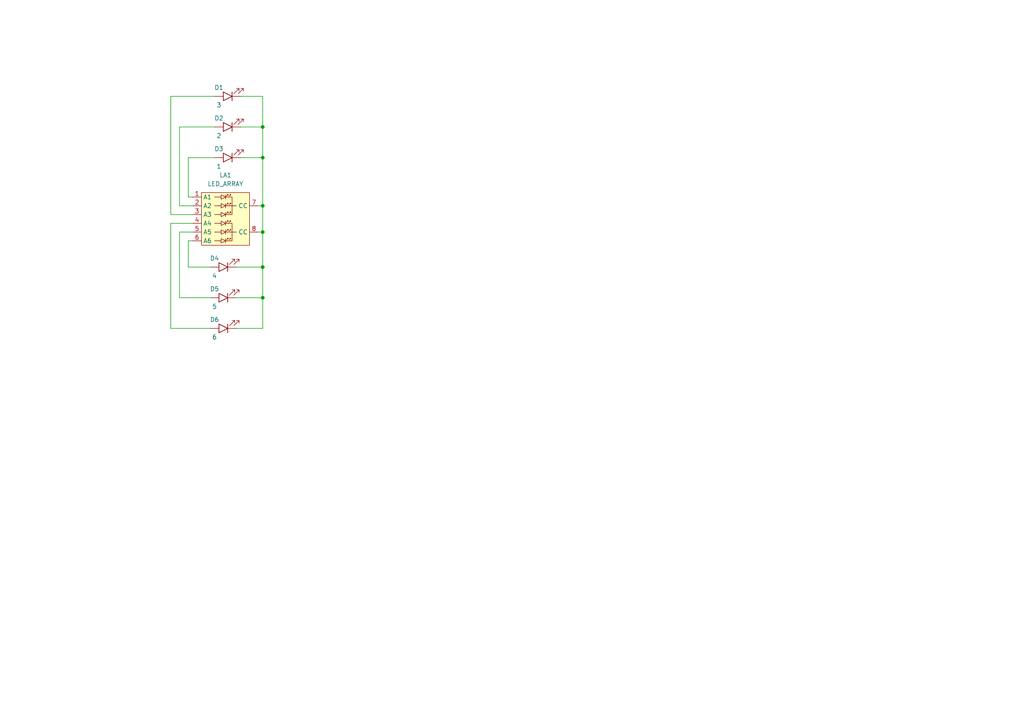
<source format=kicad_sch>
(kicad_sch (version 20211123) (generator eeschema)

  (uuid 127679a9-3981-4934-815e-896a4e3ff56e)

  (paper "A4")

  (lib_symbols
    (symbol "myAmp:LED" (pin_numbers hide) (pin_names (offset 1.016) hide) (in_bom yes) (on_board yes)
      (property "Reference" "D" (id 0) (at 0 2.54 0)
        (effects (font (size 1.27 1.27)))
      )
      (property "Value" "LED" (id 1) (at 0 -2.54 0)
        (effects (font (size 1.27 1.27)))
      )
      (property "Footprint" "" (id 2) (at 0 0 0)
        (effects (font (size 1.27 1.27)) hide)
      )
      (property "Datasheet" "" (id 3) (at 0 0 0)
        (effects (font (size 1.27 1.27)) hide)
      )
      (property "ki_fp_filters" "LED* LED_SMD:* LED_THT:*" (id 4) (at 0 0 0)
        (effects (font (size 1.27 1.27)) hide)
      )
      (symbol "LED_0_1"
        (polyline
          (pts
            (xy -1.27 -1.27)
            (xy -1.27 1.27)
          )
          (stroke (width 0.2032) (type default) (color 0 0 0 0))
          (fill (type none))
        )
        (polyline
          (pts
            (xy 1.27 -1.27)
            (xy 1.27 1.27)
            (xy -1.27 0)
            (xy 1.27 -1.27)
          )
          (stroke (width 0.2032) (type default) (color 0 0 0 0))
          (fill (type none))
        )
        (polyline
          (pts
            (xy -3.048 -0.762)
            (xy -4.572 -2.286)
            (xy -3.81 -2.286)
            (xy -4.572 -2.286)
            (xy -4.572 -1.524)
          )
          (stroke (width 0) (type default) (color 0 0 0 0))
          (fill (type none))
        )
        (polyline
          (pts
            (xy -1.778 -0.762)
            (xy -3.302 -2.286)
            (xy -2.54 -2.286)
            (xy -3.302 -2.286)
            (xy -3.302 -1.524)
          )
          (stroke (width 0) (type default) (color 0 0 0 0))
          (fill (type none))
        )
      )
      (symbol "LED_1_1"
        (pin passive line (at -3.81 0 0) (length 2.54)
          (name "K" (effects (font (size 1.27 1.27))))
          (number "1" (effects (font (size 1.27 1.27))))
        )
        (pin passive line (at 3.81 0 180) (length 2.54)
          (name "A" (effects (font (size 1.27 1.27))))
          (number "2" (effects (font (size 1.27 1.27))))
        )
      )
    )
    (symbol "myAmp:LED_ARRAY" (in_bom yes) (on_board yes)
      (property "Reference" "LA" (id 0) (at 0 -8.89 0)
        (effects (font (size 1.27 1.27)))
      )
      (property "Value" "LED_ARRAY" (id 1) (at 0 8.89 0)
        (effects (font (size 1.27 1.27)))
      )
      (property "Footprint" "" (id 2) (at 1.27 -11.43 0)
        (effects (font (size 1.27 1.27)) hide)
      )
      (property "Datasheet" "" (id 3) (at 0 1.905 0)
        (effects (font (size 1.27 1.27)) hide)
      )
      (symbol "LED_ARRAY_0_1"
        (rectangle (start -6.35 7.62) (end 7.62 -7.62)
          (stroke (width 0) (type default) (color 0 0 0 0))
          (fill (type background))
        )
        (polyline
          (pts
            (xy -2.54 -6.35)
            (xy -0.635 -6.35)
          )
          (stroke (width 0) (type default) (color 0 0 0 0))
          (fill (type none))
        )
        (polyline
          (pts
            (xy -2.54 -3.81)
            (xy -0.635 -3.81)
          )
          (stroke (width 0) (type default) (color 0 0 0 0))
          (fill (type none))
        )
        (polyline
          (pts
            (xy -2.54 -1.27)
            (xy -0.635 -1.27)
          )
          (stroke (width 0) (type default) (color 0 0 0 0))
          (fill (type none))
        )
        (polyline
          (pts
            (xy -2.54 1.27)
            (xy -0.635 1.27)
          )
          (stroke (width 0) (type default) (color 0 0 0 0))
          (fill (type none))
        )
        (polyline
          (pts
            (xy -2.54 3.81)
            (xy -0.635 3.81)
          )
          (stroke (width 0) (type default) (color 0 0 0 0))
          (fill (type none))
        )
        (polyline
          (pts
            (xy -2.54 6.35)
            (xy -0.635 6.35)
          )
          (stroke (width 0) (type default) (color 0 0 0 0))
          (fill (type none))
        )
        (polyline
          (pts
            (xy 0.635 -5.715)
            (xy 0.635 -6.985)
          )
          (stroke (width 0) (type default) (color 0 0 0 0))
          (fill (type none))
        )
        (polyline
          (pts
            (xy 0.635 -3.81)
            (xy 3.81 -3.81)
          )
          (stroke (width 0) (type default) (color 0 0 0 0))
          (fill (type none))
        )
        (polyline
          (pts
            (xy 0.635 -3.175)
            (xy 0.635 -4.445)
          )
          (stroke (width 0) (type default) (color 0 0 0 0))
          (fill (type none))
        )
        (polyline
          (pts
            (xy 0.635 -0.635)
            (xy 0.635 -1.905)
          )
          (stroke (width 0) (type default) (color 0 0 0 0))
          (fill (type none))
        )
        (polyline
          (pts
            (xy 0.635 1.905)
            (xy 0.635 0.635)
          )
          (stroke (width 0) (type default) (color 0 0 0 0))
          (fill (type none))
        )
        (polyline
          (pts
            (xy 0.635 3.81)
            (xy 2.54 3.81)
          )
          (stroke (width 0) (type default) (color 0 0 0 0))
          (fill (type none))
        )
        (polyline
          (pts
            (xy 0.635 4.445)
            (xy 0.635 3.175)
          )
          (stroke (width 0) (type default) (color 0 0 0 0))
          (fill (type none))
        )
        (polyline
          (pts
            (xy 0.635 6.985)
            (xy 0.635 5.715)
          )
          (stroke (width 0) (type default) (color 0 0 0 0))
          (fill (type none))
        )
        (polyline
          (pts
            (xy 0.889 -6.096)
            (xy 1.397 -5.588)
          )
          (stroke (width 0) (type default) (color 0 0 0 0))
          (fill (type none))
        )
        (polyline
          (pts
            (xy 0.889 -3.556)
            (xy 1.397 -3.048)
          )
          (stroke (width 0) (type default) (color 0 0 0 0))
          (fill (type none))
        )
        (polyline
          (pts
            (xy 0.889 -1.016)
            (xy 1.397 -0.508)
          )
          (stroke (width 0) (type default) (color 0 0 0 0))
          (fill (type none))
        )
        (polyline
          (pts
            (xy 0.889 1.524)
            (xy 1.397 2.032)
          )
          (stroke (width 0) (type default) (color 0 0 0 0))
          (fill (type none))
        )
        (polyline
          (pts
            (xy 0.889 4.064)
            (xy 1.397 4.572)
          )
          (stroke (width 0) (type default) (color 0 0 0 0))
          (fill (type none))
        )
        (polyline
          (pts
            (xy 0.889 6.604)
            (xy 1.397 7.112)
          )
          (stroke (width 0) (type default) (color 0 0 0 0))
          (fill (type none))
        )
        (polyline
          (pts
            (xy 1.397 -5.588)
            (xy 1.143 -5.588)
          )
          (stroke (width 0) (type default) (color 0 0 0 0))
          (fill (type none))
        )
        (polyline
          (pts
            (xy 1.397 -5.588)
            (xy 1.397 -5.842)
          )
          (stroke (width 0) (type default) (color 0 0 0 0))
          (fill (type none))
        )
        (polyline
          (pts
            (xy 1.397 -3.048)
            (xy 1.143 -3.048)
          )
          (stroke (width 0) (type default) (color 0 0 0 0))
          (fill (type none))
        )
        (polyline
          (pts
            (xy 1.397 -3.048)
            (xy 1.397 -3.302)
          )
          (stroke (width 0) (type default) (color 0 0 0 0))
          (fill (type none))
        )
        (polyline
          (pts
            (xy 1.397 -0.508)
            (xy 1.143 -0.508)
          )
          (stroke (width 0) (type default) (color 0 0 0 0))
          (fill (type none))
        )
        (polyline
          (pts
            (xy 1.397 -0.508)
            (xy 1.397 -0.762)
          )
          (stroke (width 0) (type default) (color 0 0 0 0))
          (fill (type none))
        )
        (polyline
          (pts
            (xy 1.397 2.032)
            (xy 1.143 2.032)
          )
          (stroke (width 0) (type default) (color 0 0 0 0))
          (fill (type none))
        )
        (polyline
          (pts
            (xy 1.397 2.032)
            (xy 1.397 1.778)
          )
          (stroke (width 0) (type default) (color 0 0 0 0))
          (fill (type none))
        )
        (polyline
          (pts
            (xy 1.397 4.572)
            (xy 1.143 4.572)
          )
          (stroke (width 0) (type default) (color 0 0 0 0))
          (fill (type none))
        )
        (polyline
          (pts
            (xy 1.397 4.572)
            (xy 1.397 4.318)
          )
          (stroke (width 0) (type default) (color 0 0 0 0))
          (fill (type none))
        )
        (polyline
          (pts
            (xy 1.397 7.112)
            (xy 1.143 7.112)
          )
          (stroke (width 0) (type default) (color 0 0 0 0))
          (fill (type none))
        )
        (polyline
          (pts
            (xy 1.397 7.112)
            (xy 1.397 6.858)
          )
          (stroke (width 0) (type default) (color 0 0 0 0))
          (fill (type none))
        )
        (polyline
          (pts
            (xy 1.651 -6.096)
            (xy 2.159 -5.588)
          )
          (stroke (width 0) (type default) (color 0 0 0 0))
          (fill (type none))
        )
        (polyline
          (pts
            (xy 1.651 -3.556)
            (xy 2.159 -3.048)
          )
          (stroke (width 0) (type default) (color 0 0 0 0))
          (fill (type none))
        )
        (polyline
          (pts
            (xy 1.651 -1.016)
            (xy 2.159 -0.508)
          )
          (stroke (width 0) (type default) (color 0 0 0 0))
          (fill (type none))
        )
        (polyline
          (pts
            (xy 1.651 1.524)
            (xy 2.159 2.032)
          )
          (stroke (width 0) (type default) (color 0 0 0 0))
          (fill (type none))
        )
        (polyline
          (pts
            (xy 1.651 4.064)
            (xy 2.159 4.572)
          )
          (stroke (width 0) (type default) (color 0 0 0 0))
          (fill (type none))
        )
        (polyline
          (pts
            (xy 1.651 6.604)
            (xy 2.159 7.112)
          )
          (stroke (width 0) (type default) (color 0 0 0 0))
          (fill (type none))
        )
        (polyline
          (pts
            (xy 2.54 3.81)
            (xy 3.81 3.81)
          )
          (stroke (width 0) (type default) (color 0 0 0 0))
          (fill (type none))
        )
        (polyline
          (pts
            (xy 1.905 -5.588)
            (xy 2.159 -5.588)
            (xy 2.159 -5.842)
          )
          (stroke (width 0) (type default) (color 0 0 0 0))
          (fill (type none))
        )
        (polyline
          (pts
            (xy 1.905 -3.048)
            (xy 2.159 -3.048)
            (xy 2.159 -3.302)
          )
          (stroke (width 0) (type default) (color 0 0 0 0))
          (fill (type none))
        )
        (polyline
          (pts
            (xy 1.905 -0.508)
            (xy 2.159 -0.508)
            (xy 2.159 -0.762)
          )
          (stroke (width 0) (type default) (color 0 0 0 0))
          (fill (type none))
        )
        (polyline
          (pts
            (xy 1.905 2.032)
            (xy 2.159 2.032)
            (xy 2.159 1.778)
          )
          (stroke (width 0) (type default) (color 0 0 0 0))
          (fill (type none))
        )
        (polyline
          (pts
            (xy 1.905 4.572)
            (xy 2.159 4.572)
            (xy 2.159 4.318)
          )
          (stroke (width 0) (type default) (color 0 0 0 0))
          (fill (type none))
        )
        (polyline
          (pts
            (xy 1.905 7.112)
            (xy 2.159 7.112)
            (xy 2.159 6.858)
          )
          (stroke (width 0) (type default) (color 0 0 0 0))
          (fill (type none))
        )
        (polyline
          (pts
            (xy -0.635 -5.715)
            (xy -0.635 -6.985)
            (xy 0.635 -6.35)
            (xy -0.635 -5.715)
          )
          (stroke (width 0) (type default) (color 0 0 0 0))
          (fill (type none))
        )
        (polyline
          (pts
            (xy -0.635 -3.175)
            (xy -0.635 -4.445)
            (xy 0.635 -3.81)
            (xy -0.635 -3.175)
          )
          (stroke (width 0) (type default) (color 0 0 0 0))
          (fill (type none))
        )
        (polyline
          (pts
            (xy -0.635 -0.635)
            (xy -0.635 -1.905)
            (xy 0.635 -1.27)
            (xy -0.635 -0.635)
          )
          (stroke (width 0) (type default) (color 0 0 0 0))
          (fill (type none))
        )
        (polyline
          (pts
            (xy -0.635 1.905)
            (xy -0.635 0.635)
            (xy 0.635 1.27)
            (xy -0.635 1.905)
          )
          (stroke (width 0) (type default) (color 0 0 0 0))
          (fill (type none))
        )
        (polyline
          (pts
            (xy -0.635 4.445)
            (xy -0.635 3.175)
            (xy 0.635 3.81)
            (xy -0.635 4.445)
          )
          (stroke (width 0) (type default) (color 0 0 0 0))
          (fill (type none))
        )
        (polyline
          (pts
            (xy -0.635 6.985)
            (xy -0.635 5.715)
            (xy 0.635 6.35)
            (xy -0.635 6.985)
          )
          (stroke (width 0) (type default) (color 0 0 0 0))
          (fill (type none))
        )
        (polyline
          (pts
            (xy 0.635 -1.27)
            (xy 2.54 -1.27)
            (xy 2.54 -6.35)
            (xy 0.635 -6.35)
          )
          (stroke (width 0) (type default) (color 0 0 0 0))
          (fill (type none))
        )
        (polyline
          (pts
            (xy 0.635 1.27)
            (xy 2.54 1.27)
            (xy 2.54 6.35)
            (xy 0.635 6.35)
          )
          (stroke (width 0) (type default) (color 0 0 0 0))
          (fill (type none))
        )
      )
      (symbol "LED_ARRAY_1_1"
        (pin input line (at -8.89 6.35 0) (length 2.54)
          (name "A1" (effects (font (size 1.27 1.27))))
          (number "1" (effects (font (size 1.27 1.27))))
        )
        (pin input line (at -8.89 3.81 0) (length 2.54)
          (name "A2" (effects (font (size 1.27 1.27))))
          (number "2" (effects (font (size 1.27 1.27))))
        )
        (pin input line (at -8.89 1.27 0) (length 2.54)
          (name "A3" (effects (font (size 1.27 1.27))))
          (number "3" (effects (font (size 1.27 1.27))))
        )
        (pin input line (at -8.89 -1.27 0) (length 2.54)
          (name "A4" (effects (font (size 1.27 1.27))))
          (number "4" (effects (font (size 1.27 1.27))))
        )
        (pin input line (at -8.89 -3.81 0) (length 2.54)
          (name "A5" (effects (font (size 1.27 1.27))))
          (number "5" (effects (font (size 1.27 1.27))))
        )
        (pin input line (at -8.89 -6.35 0) (length 2.54)
          (name "A6" (effects (font (size 1.27 1.27))))
          (number "6" (effects (font (size 1.27 1.27))))
        )
        (pin input line (at 10.16 3.81 180) (length 2.54)
          (name "CC" (effects (font (size 1.27 1.27))))
          (number "7" (effects (font (size 1.27 1.27))))
        )
        (pin input line (at 10.16 -3.81 180) (length 2.54)
          (name "CC" (effects (font (size 1.27 1.27))))
          (number "8" (effects (font (size 1.27 1.27))))
        )
      )
    )
  )

  (junction (at 76.2 59.69) (diameter 0) (color 0 0 0 0)
    (uuid 261aa64d-c168-4e2e-8df6-b86424689a30)
  )
  (junction (at 76.2 36.83) (diameter 0) (color 0 0 0 0)
    (uuid 47b2a57a-4b3d-411d-87aa-a51b296e1ff2)
  )
  (junction (at 76.2 45.72) (diameter 0) (color 0 0 0 0)
    (uuid 88df70bb-7f54-4dba-bcce-e3a6a310cde8)
  )
  (junction (at 76.2 86.36) (diameter 0) (color 0 0 0 0)
    (uuid 910b1cac-2c60-4d03-a396-577d4b2c5e06)
  )
  (junction (at 76.2 67.31) (diameter 0) (color 0 0 0 0)
    (uuid a3c241c6-b0b4-4ee9-a757-7b3d56b775bd)
  )
  (junction (at 76.2 77.47) (diameter 0) (color 0 0 0 0)
    (uuid a9167132-c87f-4139-b8ff-9c8324f8a40c)
  )

  (wire (pts (xy 68.58 77.47) (xy 76.2 77.47))
    (stroke (width 0) (type default) (color 0 0 0 0))
    (uuid 0203cdb0-aa2a-4c67-bd1d-ad343e5c508e)
  )
  (wire (pts (xy 49.53 64.77) (xy 49.53 95.25))
    (stroke (width 0) (type default) (color 0 0 0 0))
    (uuid 026080f5-fa61-4c60-9b92-88221f3e5117)
  )
  (wire (pts (xy 76.2 77.47) (xy 76.2 86.36))
    (stroke (width 0) (type default) (color 0 0 0 0))
    (uuid 18b7e494-6469-40e2-8925-e65c2cd94688)
  )
  (wire (pts (xy 52.07 59.69) (xy 52.07 36.83))
    (stroke (width 0) (type default) (color 0 0 0 0))
    (uuid 22a1273d-8f87-433f-b164-f4a112c40e7d)
  )
  (wire (pts (xy 52.07 36.83) (xy 62.23 36.83))
    (stroke (width 0) (type default) (color 0 0 0 0))
    (uuid 338fd669-a1b2-4d9b-a109-7d57664bc659)
  )
  (wire (pts (xy 62.23 45.72) (xy 54.61 45.72))
    (stroke (width 0) (type default) (color 0 0 0 0))
    (uuid 3a766af4-8202-478c-bc00-d3b02ca70fa1)
  )
  (wire (pts (xy 69.85 36.83) (xy 76.2 36.83))
    (stroke (width 0) (type default) (color 0 0 0 0))
    (uuid 45ee9004-63dd-4143-8dc8-9e79647d8e6c)
  )
  (wire (pts (xy 68.58 86.36) (xy 76.2 86.36))
    (stroke (width 0) (type default) (color 0 0 0 0))
    (uuid 48506f31-24d2-459a-84b5-2cde043f3b1b)
  )
  (wire (pts (xy 55.88 69.85) (xy 54.61 69.85))
    (stroke (width 0) (type default) (color 0 0 0 0))
    (uuid 4a708683-f86a-4bbf-ac2d-ea63626c1f0c)
  )
  (wire (pts (xy 76.2 27.94) (xy 69.85 27.94))
    (stroke (width 0) (type default) (color 0 0 0 0))
    (uuid 4c08e50b-64d3-4db5-940e-f41764395a1e)
  )
  (wire (pts (xy 74.93 59.69) (xy 76.2 59.69))
    (stroke (width 0) (type default) (color 0 0 0 0))
    (uuid 4e5fcf06-7aa6-449e-83f9-85edf3205e61)
  )
  (wire (pts (xy 55.88 59.69) (xy 52.07 59.69))
    (stroke (width 0) (type default) (color 0 0 0 0))
    (uuid 504ca7f7-8dd1-4f94-83b5-0902483e7273)
  )
  (wire (pts (xy 76.2 59.69) (xy 76.2 67.31))
    (stroke (width 0) (type default) (color 0 0 0 0))
    (uuid 559508c7-5d2a-4afc-9d26-a0eeb223734b)
  )
  (wire (pts (xy 49.53 62.23) (xy 55.88 62.23))
    (stroke (width 0) (type default) (color 0 0 0 0))
    (uuid 6caa95d9-6d8b-4356-b71d-0985a5eb4f41)
  )
  (wire (pts (xy 49.53 27.94) (xy 49.53 62.23))
    (stroke (width 0) (type default) (color 0 0 0 0))
    (uuid 784d8e67-c323-4774-9abf-365ee0c7e3c5)
  )
  (wire (pts (xy 69.85 45.72) (xy 76.2 45.72))
    (stroke (width 0) (type default) (color 0 0 0 0))
    (uuid 8a5f2167-9a2e-4b30-be32-f3c67062c0c6)
  )
  (wire (pts (xy 76.2 59.69) (xy 76.2 45.72))
    (stroke (width 0) (type default) (color 0 0 0 0))
    (uuid 9a8f0065-d2fa-4b50-a3db-8b57c5cefe5d)
  )
  (wire (pts (xy 52.07 67.31) (xy 52.07 86.36))
    (stroke (width 0) (type default) (color 0 0 0 0))
    (uuid a6c2d861-e190-49c8-971b-3221e93047ab)
  )
  (wire (pts (xy 55.88 64.77) (xy 49.53 64.77))
    (stroke (width 0) (type default) (color 0 0 0 0))
    (uuid abf14d38-7bbd-46d7-a237-28882bf0db9e)
  )
  (wire (pts (xy 54.61 69.85) (xy 54.61 77.47))
    (stroke (width 0) (type default) (color 0 0 0 0))
    (uuid b49bf347-aaf8-4dad-b444-5722986fdefe)
  )
  (wire (pts (xy 49.53 95.25) (xy 60.96 95.25))
    (stroke (width 0) (type default) (color 0 0 0 0))
    (uuid bc771108-5399-4660-990d-85bd669cc852)
  )
  (wire (pts (xy 54.61 45.72) (xy 54.61 57.15))
    (stroke (width 0) (type default) (color 0 0 0 0))
    (uuid bc7a330a-0ccd-4bc6-9f48-15493179d0a8)
  )
  (wire (pts (xy 55.88 67.31) (xy 52.07 67.31))
    (stroke (width 0) (type default) (color 0 0 0 0))
    (uuid be5a21cc-bd6f-4abf-a8d2-bacc036e61f0)
  )
  (wire (pts (xy 62.23 27.94) (xy 49.53 27.94))
    (stroke (width 0) (type default) (color 0 0 0 0))
    (uuid c61515c2-e9f7-4675-a709-1d26b2846f7b)
  )
  (wire (pts (xy 74.93 67.31) (xy 76.2 67.31))
    (stroke (width 0) (type default) (color 0 0 0 0))
    (uuid d1a6795c-d991-404e-b44f-c232534ba52d)
  )
  (wire (pts (xy 76.2 86.36) (xy 76.2 95.25))
    (stroke (width 0) (type default) (color 0 0 0 0))
    (uuid d79a3b13-076c-41bb-ade0-796cc4ade68d)
  )
  (wire (pts (xy 52.07 86.36) (xy 60.96 86.36))
    (stroke (width 0) (type default) (color 0 0 0 0))
    (uuid e3624235-b042-42c9-84d0-0410aefe97d1)
  )
  (wire (pts (xy 76.2 67.31) (xy 76.2 77.47))
    (stroke (width 0) (type default) (color 0 0 0 0))
    (uuid e860b83f-ef5b-4f96-b20d-1cc0f15ba525)
  )
  (wire (pts (xy 76.2 95.25) (xy 68.58 95.25))
    (stroke (width 0) (type default) (color 0 0 0 0))
    (uuid edcfc43d-85e7-4514-91a8-390c9edc311f)
  )
  (wire (pts (xy 54.61 77.47) (xy 60.96 77.47))
    (stroke (width 0) (type default) (color 0 0 0 0))
    (uuid f3bf47ef-e9cb-4d6d-a366-8913e6069591)
  )
  (wire (pts (xy 76.2 45.72) (xy 76.2 36.83))
    (stroke (width 0) (type default) (color 0 0 0 0))
    (uuid f4d24750-dc6b-4fb4-86eb-af7a10d38f68)
  )
  (wire (pts (xy 54.61 57.15) (xy 55.88 57.15))
    (stroke (width 0) (type default) (color 0 0 0 0))
    (uuid f685be3d-24ba-4cbe-a2bc-5d2a055a25a6)
  )
  (wire (pts (xy 76.2 36.83) (xy 76.2 27.94))
    (stroke (width 0) (type default) (color 0 0 0 0))
    (uuid feed423f-a554-4568-bcc7-67723c55d10b)
  )

  (symbol (lib_id "myAmp:LED") (at 66.04 27.94 180) (unit 1)
    (in_bom yes) (on_board yes)
    (uuid 05581d0e-3653-48fa-8384-7e4660773298)
    (property "Reference" "D1" (id 0) (at 63.5 25.4 0))
    (property "Value" "3" (id 1) (at 63.5 30.48 0))
    (property "Footprint" "myAmp:LED_D3.0mm" (id 2) (at 66.04 27.94 0)
      (effects (font (size 1.27 1.27)) hide)
    )
    (property "Datasheet" "" (id 3) (at 66.04 27.94 0)
      (effects (font (size 1.27 1.27)) hide)
    )
    (pin "1" (uuid 09568c65-b217-4aad-a9a3-357cf15526af))
    (pin "2" (uuid b827c071-1dd5-4db8-97a4-b69caadd4522))
  )

  (symbol (lib_id "myAmp:LED") (at 66.04 45.72 180) (unit 1)
    (in_bom yes) (on_board yes)
    (uuid 0f42342c-9833-4257-ad5a-fb4f66b20cbc)
    (property "Reference" "D3" (id 0) (at 63.5 43.18 0))
    (property "Value" "1" (id 1) (at 63.5 48.26 0))
    (property "Footprint" "myAmp:LED_D3.0mm" (id 2) (at 66.04 45.72 0)
      (effects (font (size 1.27 1.27)) hide)
    )
    (property "Datasheet" "" (id 3) (at 66.04 45.72 0)
      (effects (font (size 1.27 1.27)) hide)
    )
    (pin "1" (uuid 0e4c53d0-3055-47b7-9dfc-0e99549778e1))
    (pin "2" (uuid 034a80a7-3b1f-470f-8677-2beef99b16b1))
  )

  (symbol (lib_id "myAmp:LED") (at 64.77 86.36 180) (unit 1)
    (in_bom yes) (on_board yes)
    (uuid 1512b437-e608-480d-9216-180d37bc381d)
    (property "Reference" "D5" (id 0) (at 62.23 83.82 0))
    (property "Value" "5" (id 1) (at 62.23 88.9 0))
    (property "Footprint" "myAmp:LED_D3.0mm" (id 2) (at 64.77 86.36 0)
      (effects (font (size 1.27 1.27)) hide)
    )
    (property "Datasheet" "" (id 3) (at 64.77 86.36 0)
      (effects (font (size 1.27 1.27)) hide)
    )
    (pin "1" (uuid 679bdf14-f317-422d-a1ef-fe7a4f76d768))
    (pin "2" (uuid 1c6b470d-d842-4a69-a11d-7323c8390d91))
  )

  (symbol (lib_id "myAmp:LED") (at 64.77 95.25 180) (unit 1)
    (in_bom yes) (on_board yes)
    (uuid 38e2b810-e1d3-4b0a-9f39-e392a570280a)
    (property "Reference" "D6" (id 0) (at 62.23 92.71 0))
    (property "Value" "6" (id 1) (at 62.23 97.79 0))
    (property "Footprint" "myAmp:LED_D3.0mm" (id 2) (at 64.77 95.25 0)
      (effects (font (size 1.27 1.27)) hide)
    )
    (property "Datasheet" "" (id 3) (at 64.77 95.25 0)
      (effects (font (size 1.27 1.27)) hide)
    )
    (pin "1" (uuid e74a646f-a368-440b-bbe0-d4102df4d413))
    (pin "2" (uuid 30b440a8-157f-453a-8774-07b570b9ae8c))
  )

  (symbol (lib_id "myAmp:LED_ARRAY") (at 64.77 63.5 0) (unit 1)
    (in_bom yes) (on_board yes) (fields_autoplaced)
    (uuid afa25061-bb52-43e1-a5b3-a722efaf77f2)
    (property "Reference" "LA1" (id 0) (at 65.405 50.8 0))
    (property "Value" "LED_ARRAY" (id 1) (at 65.405 53.34 0))
    (property "Footprint" "myAmp:LED_ARRAY" (id 2) (at 66.04 74.93 0)
      (effects (font (size 1.27 1.27)) hide)
    )
    (property "Datasheet" "" (id 3) (at 64.77 61.595 0)
      (effects (font (size 1.27 1.27)) hide)
    )
    (pin "1" (uuid 2ff51a0d-852e-4b39-aded-aee9673009de))
    (pin "2" (uuid a4e22a47-8081-427b-a284-fdb057c6b905))
    (pin "3" (uuid c0aaa70c-2395-4a81-b073-0153c71920cd))
    (pin "4" (uuid d2f04405-65c1-4258-934f-0b1cdd01c737))
    (pin "5" (uuid 88eef936-1f0f-4edd-ae08-0bed3ac43967))
    (pin "6" (uuid 1b09e8af-b104-4bf4-88b1-ae5d3b5fbb54))
    (pin "7" (uuid daaa47fe-ebee-44b4-a9fc-7610998e5ed1))
    (pin "8" (uuid d0a63483-9262-4daa-933b-19ce0ffbb204))
  )

  (symbol (lib_id "myAmp:LED") (at 66.04 36.83 180) (unit 1)
    (in_bom yes) (on_board yes)
    (uuid c3cf36ff-24f2-4a88-a504-d79304213fde)
    (property "Reference" "D2" (id 0) (at 63.5 34.29 0))
    (property "Value" "2" (id 1) (at 63.5 39.37 0))
    (property "Footprint" "myAmp:LED_D3.0mm" (id 2) (at 66.04 36.83 0)
      (effects (font (size 1.27 1.27)) hide)
    )
    (property "Datasheet" "" (id 3) (at 66.04 36.83 0)
      (effects (font (size 1.27 1.27)) hide)
    )
    (pin "1" (uuid fc128e4b-f495-495f-b065-67ae06578051))
    (pin "2" (uuid 05ff1c55-a41a-4457-8c64-8ee868902411))
  )

  (symbol (lib_id "myAmp:LED") (at 64.77 77.47 180) (unit 1)
    (in_bom yes) (on_board yes)
    (uuid da1d1260-ef40-47ef-94ff-d551df2641b2)
    (property "Reference" "D4" (id 0) (at 62.23 74.93 0))
    (property "Value" "4" (id 1) (at 62.23 80.01 0))
    (property "Footprint" "myAmp:LED_D3.0mm" (id 2) (at 64.77 77.47 0)
      (effects (font (size 1.27 1.27)) hide)
    )
    (property "Datasheet" "" (id 3) (at 64.77 77.47 0)
      (effects (font (size 1.27 1.27)) hide)
    )
    (pin "1" (uuid ed23f887-f732-446e-916c-00a1f7eb44aa))
    (pin "2" (uuid 6defcb73-3f83-4fdd-bd99-c6267be42986))
  )

  (sheet_instances
    (path "/" (page "1"))
  )

  (symbol_instances
    (path "/05581d0e-3653-48fa-8384-7e4660773298"
      (reference "D1") (unit 1) (value "3") (footprint "myAmp:LED_D3.0mm")
    )
    (path "/c3cf36ff-24f2-4a88-a504-d79304213fde"
      (reference "D2") (unit 1) (value "2") (footprint "myAmp:LED_D3.0mm")
    )
    (path "/0f42342c-9833-4257-ad5a-fb4f66b20cbc"
      (reference "D3") (unit 1) (value "1") (footprint "myAmp:LED_D3.0mm")
    )
    (path "/da1d1260-ef40-47ef-94ff-d551df2641b2"
      (reference "D4") (unit 1) (value "4") (footprint "myAmp:LED_D3.0mm")
    )
    (path "/1512b437-e608-480d-9216-180d37bc381d"
      (reference "D5") (unit 1) (value "5") (footprint "myAmp:LED_D3.0mm")
    )
    (path "/38e2b810-e1d3-4b0a-9f39-e392a570280a"
      (reference "D6") (unit 1) (value "6") (footprint "myAmp:LED_D3.0mm")
    )
    (path "/afa25061-bb52-43e1-a5b3-a722efaf77f2"
      (reference "LA1") (unit 1) (value "LED_ARRAY") (footprint "myAmp:LED_ARRAY")
    )
  )
)

</source>
